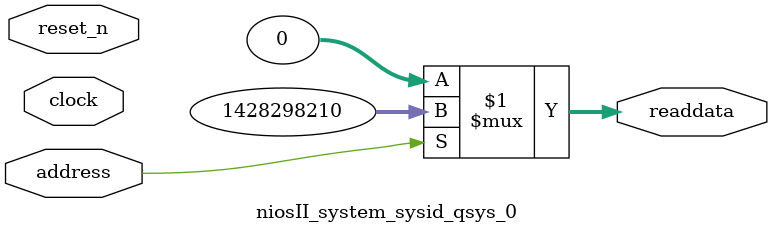
<source format=v>

`timescale 1ns / 1ps
// synthesis translate_on

// turn off superfluous verilog processor warnings 
// altera message_level Level1 
// altera message_off 10034 10035 10036 10037 10230 10240 10030 

module niosII_system_sysid_qsys_0 (
               // inputs:
                address,
                clock,
                reset_n,

               // outputs:
                readdata
             )
;

  output  [ 31: 0] readdata;
  input            address;
  input            clock;
  input            reset_n;

  wire    [ 31: 0] readdata;
  //control_slave, which is an e_avalon_slave
  assign readdata = address ? 1428298210 : 0;

endmodule




</source>
